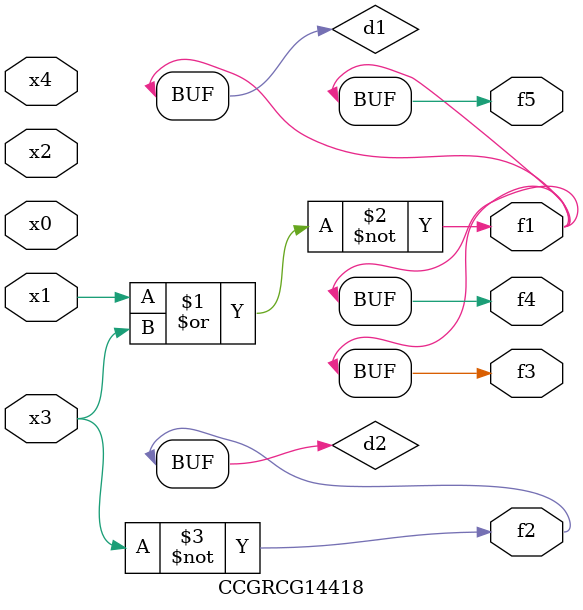
<source format=v>
module CCGRCG14418(
	input x0, x1, x2, x3, x4,
	output f1, f2, f3, f4, f5
);

	wire d1, d2;

	nor (d1, x1, x3);
	not (d2, x3);
	assign f1 = d1;
	assign f2 = d2;
	assign f3 = d1;
	assign f4 = d1;
	assign f5 = d1;
endmodule

</source>
